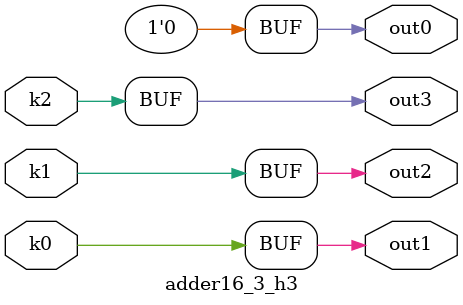
<source format=v>
module adder16_3(pi0, pi1, pi2, pi3, pi4, pi5, pi6, po0, po1, po2, po3);
input pi0, pi1, pi2, pi3, pi4, pi5, pi6;
output po0, po1, po2, po3;
wire k0, k1, k2;
adder16_3_w3 DUT1 (pi0, pi1, pi2, pi3, pi4, pi5, pi6, k0, k1, k2);
adder16_3_h3 DUT2 (k0, k1, k2, po0, po1, po2, po3);
endmodule

module adder16_3_w3(in6, in5, in4, in3, in2, in1, in0, k2, k1, k0);
input in6, in5, in4, in3, in2, in1, in0;
output k2, k1, k0;
assign k0 =   ((in4 ^ in1) & ((((in6 & (in3 | ~in0)) | (in3 & ~in0)) & (in5 | in2)) | (in5 & in2))) | (((~in3 & in0) | (~in6 & (~in3 | in0))) & (~in5 | ~in2) & (~in4 ^ in1)) | (~in5 & ~in2 & (~in4 ^ in1));
assign k1 =   ((in5 ^ in2) & ((in6 & (in3 | ~in0)) | (in3 & ~in0))) | (((~in3 & in0) | (~in6 & (~in3 | in0))) & (~in5 ^ in2));
assign k2 =   in6 ? (~in3 ^ in0) : (in3 ^ in0);
endmodule

module adder16_3_h3(k2, k1, k0, out3, out2, out1, out0);
input k2, k1, k0;
output out3, out2, out1, out0;
assign out0 = 0;
assign out1 = k0;
assign out2 = k1;
assign out3 = k2;
endmodule

</source>
